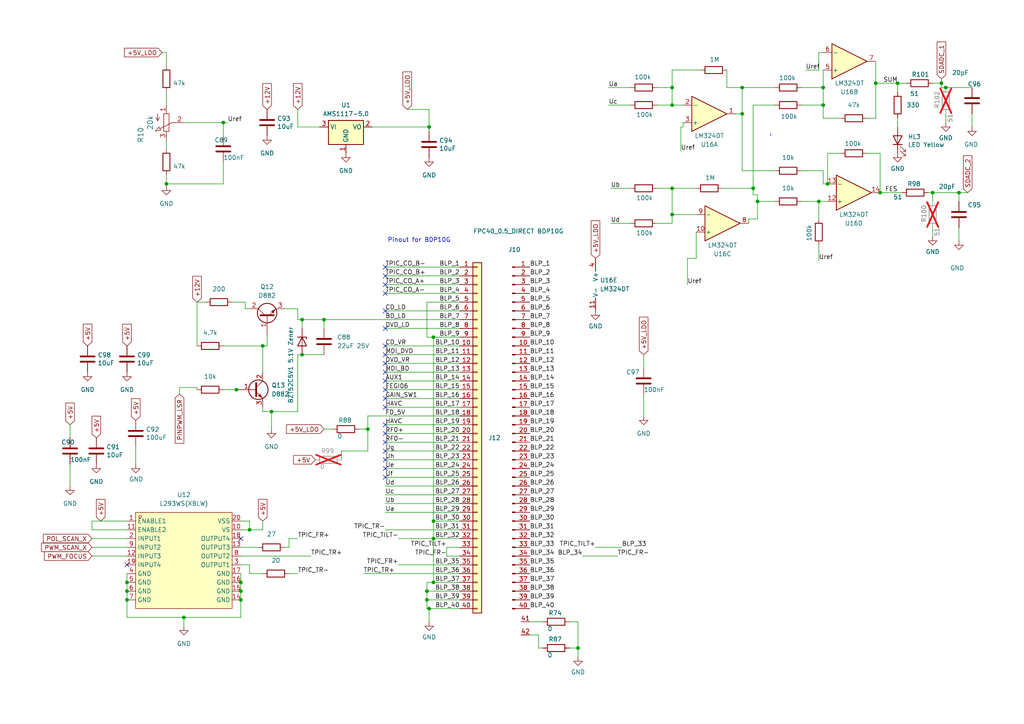
<source format=kicad_sch>
(kicad_sch (version 20231120) (generator "eeschema") (generator_version "8.0")
  (paper "A4")
  (junction (at 36.83 171.45))
  (junction (at 87.63 102.87))
  (junction (at 194.945 25.4))
  (junction (at 194.945 30.48))
  (junction (at 106.68 124.46))
  (junction (at 78.74 119.38))
  (junction (at 218.44 54.61))
  (junction (at 219.71 58.42))
  (junction (at 125.73 168.91))
  (junction (at 237.49 58.42))
  (junction (at 238.76 30.48))
  (junction (at 254 24.13))
  (junction (at 273.05 24.13))
  (junction (at 36.83 173.99))
  (junction (at 68.58 113.03))
  (junction (at 48.26 53.34))
  (junction (at 194.945 54.61))
  (junction (at 124.46 36.83))
  (junction (at 260.35 24.13))
  (junction (at 123.825 173.99))
  (junction (at 194.945 62.23))
  (junction (at 72.39 153.67))
  (junction (at 238.76 25.4))
  (junction (at 64.77 35.56))
  (junction (at 53.34 179.07))
  (junction (at 270.51 55.88))
  (junction (at 87.63 92.71))
  (junction (at 36.83 168.91))
  (junction (at 274.32 25.4))
  (junction (at 69.85 173.99))
  (junction (at 69.85 171.45))
  (junction (at 93.98 92.71))
  (junction (at 125.73 97.79))
  (junction (at 240.03 53.34))
  (junction (at 124.46 176.53))
  (junction (at 278.13 55.88))
  (junction (at 123.825 171.45))
  (junction (at 125.73 156.21))
  (junction (at 215.265 33.02))
  (junction (at 69.85 168.91))
  (junction (at 125.73 151.13))
  (junction (at 215.265 25.4))
  (junction (at 255.27 55.88))
  (junction (at 76.2 100.33))
  (junction (at 167.64 187.96))
  (no_connect (at 111.76 107.95))
  (no_connect (at 111.76 90.17))
  (no_connect (at 111.76 95.25))
  (no_connect (at 111.76 128.27))
  (no_connect (at 111.76 125.73))
  (no_connect (at 111.76 138.43))
  (no_connect (at 111.76 77.47))
  (no_connect (at 111.76 115.57))
  (no_connect (at 111.76 85.09))
  (no_connect (at 111.76 118.11))
  (no_connect (at 111.76 135.89))
  (no_connect (at 111.76 80.01))
  (no_connect (at 111.76 133.35))
  (no_connect (at 111.76 105.41))
  (no_connect (at 111.76 102.87))
  (no_connect (at 111.76 100.33))
  (no_connect (at 36.83 163.83))
  (no_connect (at 111.76 123.19))
  (no_connect (at 111.76 113.03))
  (no_connect (at 111.76 82.55))
  (no_connect (at 111.76 110.49))
  (no_connect (at 111.76 130.81))
  (no_connect (at 69.85 156.21))
  (wire (pts (xy 217.17 64.77) (xy 217.17 63.5)))
  (wire (pts (xy 123.825 168.91) (xy 123.825 171.45)))
  (wire (pts (xy 69.85 171.45) (xy 69.85 173.99)))
  (wire (pts (xy 125.73 97.79) (xy 125.73 151.13)))
  (wire (pts (xy 104.14 124.46) (xy 106.68 124.46)))
  (wire (pts (xy 274.32 25.4) (xy 273.05 25.4)))
  (wire (pts (xy 87.63 95.25) (xy 87.63 92.71)))
  (wire (pts (xy 232.41 30.48) (xy 238.76 30.48)))
  (wire (pts (xy 176.53 25.4) (xy 182.88 25.4)))
  (wire (pts (xy 273.05 22.86) (xy 273.05 24.13)))
  (wire (pts (xy 177.165 64.77) (xy 182.88 64.77)))
  (wire (pts (xy 86.36 31.75) (xy 86.36 36.83)))
  (wire (pts (xy 86.36 89.535) (xy 86.36 92.71)))
  (wire (pts (xy 69.85 173.99) (xy 69.85 179.07)))
  (wire (pts (xy 281.94 33.02) (xy 281.94 36.83)))
  (wire (pts (xy 201.93 74.93) (xy 201.93 67.31)))
  (wire (pts (xy 260.35 36.83) (xy 260.35 34.29)))
  (wire (pts (xy 57.15 87.63) (xy 59.69 87.63)))
  (wire (pts (xy 90.17 161.29) (xy 69.85 161.29)))
  (wire (pts (xy 111.76 82.55) (xy 133.35 82.55)))
  (wire (pts (xy 76.2 100.33) (xy 76.2 107.95)))
  (wire (pts (xy 99.06 133.35) (xy 99.06 130.81)))
  (wire (pts (xy 194.945 54.61) (xy 194.945 62.23)))
  (wire (pts (xy 111.76 133.35) (xy 133.35 133.35)))
  (wire (pts (xy 64.77 35.56) (xy 66.04 35.56)))
  (wire (pts (xy 83.82 156.21) (xy 86.36 156.21)))
  (wire (pts (xy 281.94 25.4) (xy 274.32 25.4)))
  (wire (pts (xy 254 24.13) (xy 260.35 24.13)))
  (wire (pts (xy 53.34 179.07) (xy 53.34 181.61)))
  (wire (pts (xy 199.39 74.93) (xy 199.39 82.55)))
  (wire (pts (xy 69.85 166.37) (xy 69.85 168.91)))
  (wire (pts (xy 125.73 97.79) (xy 133.35 97.79)))
  (wire (pts (xy 36.83 151.13) (xy 26.67 151.13)))
  (wire (pts (xy 99.06 130.81) (xy 106.68 130.81)))
  (wire (pts (xy 124.46 36.83) (xy 124.46 38.1)))
  (wire (pts (xy 238.76 30.48) (xy 238.76 25.4)))
  (wire (pts (xy 194.945 62.23) (xy 201.93 62.23)))
  (wire (pts (xy 209.55 54.61) (xy 218.44 54.61)))
  (wire (pts (xy 238.76 53.34) (xy 240.03 53.34)))
  (wire (pts (xy 111.76 113.03) (xy 133.35 113.03)))
  (wire (pts (xy 232.41 58.42) (xy 237.49 58.42)))
  (wire (pts (xy 123.825 171.45) (xy 133.35 171.45)))
  (wire (pts (xy 125.73 168.91) (xy 123.825 168.91)))
  (wire (pts (xy 124.46 176.53) (xy 123.825 176.53)))
  (wire (pts (xy 165.1 187.96) (xy 167.64 187.96)))
  (wire (pts (xy 215.265 33.02) (xy 215.265 49.53)))
  (wire (pts (xy 76.2 153.67) (xy 72.39 153.67)))
  (wire (pts (xy 167.64 187.96) (xy 167.64 180.34)))
  (wire (pts (xy 238.76 53.34) (xy 238.76 49.53)))
  (wire (pts (xy 87.63 92.71) (xy 93.98 92.71)))
  (wire (pts (xy 176.53 30.48) (xy 182.88 30.48)))
  (wire (pts (xy 48.26 26.67) (xy 48.26 30.48)))
  (wire (pts (xy 186.69 114.3) (xy 186.69 120.65)))
  (wire (pts (xy 255.27 55.88) (xy 261.62 55.88)))
  (wire (pts (xy 118.11 31.75) (xy 124.46 31.75)))
  (wire (pts (xy 190.5 25.4) (xy 194.945 25.4)))
  (wire (pts (xy 111.76 135.89) (xy 133.35 135.89)))
  (wire (pts (xy 123.825 173.99) (xy 123.825 176.53)))
  (wire (pts (xy 238.76 34.29) (xy 238.76 30.48)))
  (wire (pts (xy 20.32 123.19) (xy 20.32 127)))
  (wire (pts (xy 48.26 53.34) (xy 48.26 53.975)))
  (wire (pts (xy 78.74 119.38) (xy 78.74 124.46)))
  (wire (pts (xy 111.76 102.87) (xy 133.35 102.87)))
  (wire (pts (xy 167.64 180.34) (xy 165.1 180.34)))
  (wire (pts (xy 93.98 124.46) (xy 96.52 124.46)))
  (wire (pts (xy 36.83 168.91) (xy 36.83 171.45)))
  (wire (pts (xy 238.76 49.53) (xy 232.41 49.53)))
  (wire (pts (xy 278.13 66.04) (xy 278.13 69.85)))
  (wire (pts (xy 52.07 114.3) (xy 52.07 112.395)))
  (wire (pts (xy 107.95 36.83) (xy 124.46 36.83)))
  (wire (pts (xy 86.36 166.37) (xy 83.82 166.37)))
  (wire (pts (xy 123.825 173.99) (xy 133.35 173.99)))
  (wire (pts (xy 125.73 156.21) (xy 125.73 168.91)))
  (wire (pts (xy 237.49 15.24) (xy 237.49 20.32)))
  (wire (pts (xy 217.17 63.5) (xy 219.71 63.5)))
  (wire (pts (xy 129.54 161.29) (xy 133.35 161.29)))
  (wire (pts (xy 237.49 58.42) (xy 237.49 63.5)))
  (wire (pts (xy 48.26 15.24) (xy 48.26 19.05)))
  (wire (pts (xy 215.265 25.4) (xy 215.265 33.02)))
  (wire (pts (xy 76.2 151.13) (xy 76.2 153.67)))
  (wire (pts (xy 26.67 151.13) (xy 26.67 153.67)))
  (wire (pts (xy 72.39 89.535) (xy 71.12 89.535)))
  (wire (pts (xy 76.2 100.33) (xy 77.47 100.33)))
  (wire (pts (xy 69.85 151.13) (xy 72.39 151.13)))
  (wire (pts (xy 72.39 151.13) (xy 72.39 153.67)))
  (wire (pts (xy 86.36 102.87) (xy 86.36 119.38)))
  (wire (pts (xy 39.37 134.62) (xy 39.37 129.54)))
  (wire (pts (xy 52.07 112.395) (xy 57.15 112.395)))
  (wire (pts (xy 251.46 44.45) (xy 255.27 44.45)))
  (wire (pts (xy 251.46 34.29) (xy 254 34.29)))
  (wire (pts (xy 273.05 24.13) (xy 270.51 24.13)))
  (wire (pts (xy 153.67 180.34) (xy 157.48 180.34)))
  (wire (pts (xy 129.54 158.75) (xy 129.54 161.29)))
  (wire (pts (xy 64.77 100.33) (xy 76.2 100.33)))
  (wire (pts (xy 72.39 163.83) (xy 69.85 163.83)))
  (wire (pts (xy 270.51 55.88) (xy 278.13 55.88)))
  (wire (pts (xy 105.41 166.37) (xy 133.35 166.37)))
  (wire (pts (xy 115.57 156.21) (xy 125.73 156.21)))
  (wire (pts (xy 278.13 55.88) (xy 280.67 55.88)))
  (wire (pts (xy 87.63 102.87) (xy 93.98 102.87)))
  (wire (pts (xy 26.67 161.29) (xy 36.83 161.29)))
  (wire (pts (xy 77.47 100.33) (xy 77.47 97.155)))
  (wire (pts (xy 83.82 156.21) (xy 83.82 158.75)))
  (wire (pts (xy 57.15 87.63) (xy 57.15 100.33)))
  (wire (pts (xy 46.99 15.24) (xy 48.26 15.24)))
  (wire (pts (xy 69.85 168.91) (xy 69.85 171.45)))
  (wire (pts (xy 198.12 35.56) (xy 198.12 36.83)))
  (wire (pts (xy 123.825 87.63) (xy 133.35 87.63)))
  (wire (pts (xy 237.49 58.42) (xy 240.03 58.42)))
  (wire (pts (xy 106.68 130.81) (xy 106.68 124.46)))
  (polyline (pts (xy 223.52 38.735) (xy 223.52 39.37)) (stroke (width 0) (type dash)))
  (wire (pts (xy 125.73 156.21) (xy 133.35 156.21)))
  (wire (pts (xy 57.15 112.395) (xy 57.15 113.03)))
  (wire (pts (xy 82.55 89.535) (xy 86.36 89.535)))
  (wire (pts (xy 53.34 35.56) (xy 64.77 35.56)))
  (wire (pts (xy 232.41 25.4) (xy 238.76 25.4)))
  (wire (pts (xy 76.2 166.37) (xy 72.39 166.37)))
  (wire (pts (xy 83.82 158.75) (xy 82.55 158.75)))
  (wire (pts (xy 218.44 54.61) (xy 218.44 30.48)))
  (wire (pts (xy 260.35 24.13) (xy 262.89 24.13)))
  (wire (pts (xy 71.12 89.535) (xy 71.12 87.63)))
  (wire (pts (xy 64.77 39.37) (xy 64.77 35.56)))
  (wire (pts (xy 111.76 110.49) (xy 133.35 110.49)))
  (wire (pts (xy 48.26 40.64) (xy 48.26 43.18)))
  (wire (pts (xy 86.36 102.87) (xy 87.63 102.87)))
  (wire (pts (xy 20.32 134.62) (xy 20.32 140.97)))
  (wire (pts (xy 129.54 158.75) (xy 133.35 158.75)))
  (wire (pts (xy 111.76 115.57) (xy 133.35 115.57)))
  (wire (pts (xy 237.49 71.12) (xy 237.49 75.565)))
  (wire (pts (xy 186.69 102.87) (xy 186.69 106.68)))
  (wire (pts (xy 36.83 179.07) (xy 53.34 179.07)))
  (wire (pts (xy 219.71 58.42) (xy 224.79 58.42)))
  (wire (pts (xy 274.32 35.56) (xy 274.32 33.02)))
  (wire (pts (xy 111.76 153.67) (xy 133.35 153.67)))
  (wire (pts (xy 210.82 20.32) (xy 210.82 25.4)))
  (wire (pts (xy 125.73 151.13) (xy 125.73 156.21)))
  (wire (pts (xy 201.93 74.93) (xy 199.39 74.93)))
  (wire (pts (xy 125.73 151.13) (xy 133.35 151.13)))
  (wire (pts (xy 72.39 153.67) (xy 69.85 153.67)))
  (wire (pts (xy 123.825 97.79) (xy 125.73 97.79)))
  (wire (pts (xy 260.35 26.67) (xy 260.35 24.13)))
  (wire (pts (xy 111.76 143.51) (xy 133.35 143.51)))
  (wire (pts (xy 26.67 153.67) (xy 36.83 153.67)))
  (wire (pts (xy 194.945 20.32) (xy 203.2 20.32)))
  (wire (pts (xy 26.67 158.75) (xy 36.83 158.75)))
  (wire (pts (xy 111.76 125.73) (xy 133.35 125.73)))
  (wire (pts (xy 133.35 85.09) (xy 111.76 85.09)))
  (wire (pts (xy 111.76 107.95) (xy 133.35 107.95)))
  (wire (pts (xy 269.24 55.88) (xy 270.51 55.88)))
  (wire (pts (xy 72.39 166.37) (xy 72.39 163.83)))
  (wire (pts (xy 194.945 62.23) (xy 194.945 64.77)))
  (wire (pts (xy 125.73 168.91) (xy 133.35 168.91)))
  (wire (pts (xy 76.2 119.38) (xy 78.74 119.38)))
  (wire (pts (xy 111.76 80.01) (xy 133.35 80.01)))
  (wire (pts (xy 124.46 31.75) (xy 124.46 36.83)))
  (wire (pts (xy 64.77 46.99) (xy 64.77 53.34)))
  (wire (pts (xy 86.36 92.71) (xy 87.63 92.71)))
  (wire (pts (xy 93.98 92.71) (xy 133.35 92.71)))
  (wire (pts (xy 111.76 140.97) (xy 133.35 140.97)))
  (wire (pts (xy 111.76 130.81) (xy 133.35 130.81)))
  (wire (pts (xy 124.46 176.53) (xy 133.35 176.53)))
  (wire (pts (xy 270.51 58.42) (xy 270.51 55.88)))
  (wire (pts (xy 219.71 56.515) (xy 218.44 56.515)))
  (wire (pts (xy 111.76 100.33) (xy 133.35 100.33)))
  (wire (pts (xy 36.83 173.99) (xy 36.83 179.07)))
  (wire (pts (xy 111.76 95.25) (xy 133.35 95.25)))
  (wire (pts (xy 86.36 119.38) (xy 78.74 119.38)))
  (wire (pts (xy 215.265 49.53) (xy 224.79 49.53)))
  (wire (pts (xy 254 24.13) (xy 254 34.29)))
  (wire (pts (xy 240.03 44.45) (xy 243.84 44.45)))
  (wire (pts (xy 64.77 113.03) (xy 68.58 113.03)))
  (wire (pts (xy 115.57 163.83) (xy 133.35 163.83)))
  (wire (pts (xy 111.76 77.47) (xy 133.35 77.47)))
  (wire (pts (xy 36.83 171.45) (xy 36.83 173.99)))
  (wire (pts (xy 218.44 56.515) (xy 218.44 54.61)))
  (wire (pts (xy 219.71 58.42) (xy 219.71 56.515)))
  (wire (pts (xy 190.5 30.48) (xy 194.945 30.48)))
  (wire (pts (xy 177.165 54.61) (xy 182.88 54.61)))
  (wire (pts (xy 237.49 15.24) (xy 238.76 15.24)))
  (wire (pts (xy 197.485 36.83) (xy 197.485 43.815)))
  (wire (pts (xy 254 17.78) (xy 254 24.13)))
  (wire (pts (xy 172.72 158.75) (xy 180.34 158.75)))
  (wire (pts (xy 194.945 25.4) (xy 194.945 30.48)))
  (wire (pts (xy 194.945 54.61) (xy 201.93 54.61)))
  (wire (pts (xy 74.93 158.75) (xy 69.85 158.75)))
  (wire (pts (xy 111.76 118.11) (xy 133.35 118.11)))
  (wire (pts (xy 106.68 120.65) (xy 133.35 120.65)))
  (wire (pts (xy 26.67 156.21) (xy 36.83 156.21)))
  (wire (pts (xy 179.07 161.29) (xy 168.91 161.29)))
  (wire (pts (xy 153.67 184.15) (xy 156.21 184.15)))
  (wire (pts (xy 190.5 54.61) (xy 194.945 54.61)))
  (wire (pts (xy 68.58 113.03) (xy 69.85 113.03)))
  (wire (pts (xy 167.64 190.5) (xy 167.64 187.96)))
  (wire (pts (xy 71.12 87.63) (xy 67.31 87.63)))
  (wire (pts (xy 238.76 20.32) (xy 238.76 25.4)))
  (wire (pts (xy 93.98 92.71) (xy 93.98 95.25)))
  (wire (pts (xy 237.49 20.32) (xy 233.68 20.32)))
  (wire (pts (xy 76.2 118.11) (xy 76.2 119.38)))
  (wire (pts (xy 198.12 36.83) (xy 197.485 36.83)))
  (wire (pts (xy 270.51 68.58) (xy 270.51 66.04)))
  (wire (pts (xy 215.265 25.4) (xy 224.79 25.4)))
  (wire (pts (xy 86.36 36.83) (xy 92.71 36.83)))
  (wire (pts (xy 213.36 33.02) (xy 215.265 33.02)))
  (wire (pts (xy 48.26 50.8) (xy 48.26 53.34)))
  (wire (pts (xy 210.82 25.4) (xy 215.265 25.4)))
  (wire (pts (xy 218.44 30.48) (xy 224.79 30.48)))
  (wire (pts (xy 156.21 187.96) (xy 156.21 184.15)))
  (wire (pts (xy 111.76 148.59) (xy 133.35 148.59)))
  (wire (pts (xy 111.76 90.17) (xy 133.35 90.17)))
  (wire (pts (xy 64.77 53.34) (xy 48.26 53.34)))
  (wire (pts (xy 255.27 44.45) (xy 255.27 55.88)))
  (wire (pts (xy 111.76 146.05) (xy 133.35 146.05)))
  (wire (pts (xy 69.85 179.07) (xy 53.34 179.07)))
  (wire (pts (xy 106.68 124.46) (xy 106.68 120.65)))
  (wire (pts (xy 123.825 171.45) (xy 123.825 173.99)))
  (wire (pts (xy 124.46 176.53) (xy 124.46 180.34)))
  (wire (pts (xy 111.76 138.43) (xy 133.35 138.43)))
  (wire (pts (xy 240.03 53.34) (xy 240.03 44.45)))
  (wire (pts (xy 278.13 58.42) (xy 278.13 55.88)))
  (wire (pts (xy 219.71 63.5) (xy 219.71 58.42)))
  (wire (pts (xy 273.05 25.4) (xy 273.05 24.13)))
  (wire (pts (xy 111.76 128.27) (xy 133.35 128.27)))
  (wire (pts (xy 190.5 64.77) (xy 194.945 64.77)))
  (wire (pts (xy 36.83 166.37) (xy 36.83 168.91)))
  (wire (pts (xy 238.76 34.29) (xy 243.84 34.29)))
  (wire (pts (xy 111.76 123.19) (xy 133.35 123.19)))
  (wire (pts (xy 194.945 20.32) (xy 194.945 25.4)))
  (wire (pts (xy 157.48 187.96) (xy 156.21 187.96)))
  (wire (pts (xy 194.945 30.48) (xy 198.12 30.48)))
  (wire (pts (xy 111.76 105.41) (xy 133.35 105.41)))
  (wire (pts (xy 123.825 87.63) (xy 123.825 97.79)))
  (text "Pinout for BDP10G" (at 112.395 70.485 0) (effects (font (size 1.27 1.27)) (justify left bottom)))
  (label "BLP_33" (at 153.67 158.75 0))
  (label "BLP_18" (at 153.67 120.65 0))
  (label "BLP_9" (at 153.67 97.79 0))
  (label "Uref" (at 66.04 35.56 0))
  (label "Uh" (at 111.76 133.35 0))
  (label "BLP_1" (at 133.35 77.47 180))
  (label "BLP_12" (at 133.35 105.41 180))
  (label "Uref" (at 197.485 43.815 0))
  (label "TPIC_TILT+" (at 172.72 158.75 180))
  (label "BLP_23" (at 133.35 133.35 180))
  (label "BLP_20" (at 153.67 125.73 0))
  (label "BLP_39" (at 153.67 173.99 0))
  (label "BLP_22" (at 133.35 130.81 180))
  (label "Ub" (at 111.76 146.05 0))
  (label "BLP_38" (at 153.67 171.45 0))
  (label "TPIC_CO_A+" (at 111.76 82.55 0))
  (label "BLP_30" (at 133.35 151.13 180))
  (label "Ub" (at 177.165 54.61 0))
  (label "BLP_37" (at 133.35 168.91 180))
  (label "BLP_4" (at 133.35 85.09 180))
  (label "SUM" (at 260.35 24.13 180))
  (label "BLP_29" (at 133.35 148.59 180))
  (label "BLP_25" (at 133.35 138.43 180))
  (label "AUX1" (at 111.76 110.49 0))
  (label "BLP_32" (at 153.67 156.21 0))
  (label "BLP_15" (at 153.67 113.03 0))
  (label "BLP_6" (at 153.67 90.17 0))
  (label "MDI_BD" (at 111.76 107.95 0))
  (label "BLP_7" (at 133.35 92.71 180))
  (label "BLP_16" (at 153.67 115.57 0))
  (label "BLP_8" (at 153.67 95.25 0))
  (label "BLP_10" (at 133.35 100.33 180))
  (label "BLP_34" (at 168.91 161.29 180))
  (label "BLP_3" (at 133.35 82.55 180))
  (label "BLP_34" (at 153.67 161.29 0))
  (label "BLP_3" (at 153.67 82.55 0))
  (label "BLP_14" (at 153.67 110.49 0))
  (label "Uref" (at 199.39 82.55 0))
  (label "BLP_11" (at 133.35 102.87 180))
  (label "BLP_39" (at 133.35 173.99 180))
  (label "TPIC_TR-" (at 111.76 153.67 180))
  (label "BLP_12" (at 153.67 105.41 0))
  (label "BLP_15" (at 133.35 113.03 180))
  (label "RF0-" (at 111.76 128.27 0))
  (label "BLP_14" (at 133.35 110.49 180))
  (label "BLP_23" (at 153.67 133.35 0))
  (label "BLP_13" (at 153.67 107.95 0))
  (label "BLP_7" (at 153.67 92.71 0))
  (label "BLP_32" (at 133.35 156.21 180))
  (label "BLP_22" (at 153.67 130.81 0))
  (label "BLP_33" (at 180.34 158.75 0))
  (label "TPIC_TR+" (at 90.17 161.29 0))
  (label "HAVC" (at 111.76 123.19 0))
  (label "Ud" (at 177.165 64.77 0))
  (label "TPIC_TR-" (at 86.36 166.37 0))
  (label "Uref" (at 237.49 75.565 0))
  (label "BLP_28" (at 133.35 146.05 180))
  (label "BLP_2" (at 153.67 80.01 0))
  (label "BLP_2" (at 133.35 80.01 180))
  (label "Ug" (at 111.76 130.81 0))
  (label "TPIC_FR-" (at 179.07 161.29 0))
  (label "CD_VR" (at 111.76 100.33 0))
  (label "BLP_40" (at 153.67 176.53 0))
  (label "BLP_36" (at 153.67 166.37 0))
  (label "TPIC_TILT-" (at 115.57 156.21 180))
  (label "BLP_5" (at 153.67 87.63 0))
  (label "BLP_11" (at 153.67 102.87 0))
  (label "FES" (at 260.35 55.88 180))
  (label "BLP_5" (at 133.35 87.63 180))
  (label "BLP_30" (at 153.67 151.13 0))
  (label "BLP_26" (at 133.35 140.97 180))
  (label "DVD_VR" (at 111.76 105.41 0))
  (label "TPIC_FR-" (at 129.54 161.29 180))
  (label "BLP_20" (at 133.35 125.73 180))
  (label "BLP_17" (at 133.35 118.11 180))
  (label "HAVC" (at 111.76 118.11 0))
  (label "BLP_17" (at 153.67 118.11 0))
  (label "BLP_27" (at 153.67 143.51 0))
  (label "BLP_26" (at 153.67 140.97 0))
  (label "BLP_38" (at 133.35 171.45 180))
  (label "TPIC_FR+" (at 115.57 163.83 180))
  (label "BLP_19" (at 133.35 123.19 180))
  (label "FD_5V" (at 111.76 120.65 0))
  (label "BLP_6" (at 133.35 90.17 180))
  (label "BLP_8" (at 133.35 95.25 180))
  (label "TPIC_TILT+" (at 129.54 158.75 180))
  (label "BLP_1" (at 153.67 77.47 0))
  (label "BLP_9" (at 133.35 97.79 180))
  (label "BLP_35" (at 133.35 163.83 180))
  (label "BLP_10" (at 153.67 100.33 0))
  (label "BLP_35" (at 153.67 163.83 0))
  (label "BLP_18" (at 133.35 120.65 180))
  (label "Uc" (at 111.76 143.51 0))
  (label "Ua" (at 111.76 148.59 0))
  (label "BLP_4" (at 153.67 85.09 0))
  (label "DVD_LD" (at 111.76 95.25 0))
  (label "Ua" (at 176.53 25.4 0))
  (label "BLP_16" (at 133.35 115.57 180))
  (label "Uref" (at 233.68 20.32 0))
  (label "BLP_13" (at 133.35 107.95 180))
  (label "CD_LD" (at 111.76 90.17 0))
  (label "BLP_29" (at 153.67 148.59 0))
  (label "BLP_24" (at 153.67 135.89 0))
  (label "BLP_19" (at 153.67 123.19 0))
  (label "Uf" (at 111.76 138.43 0))
  (label "BLP_24" (at 133.35 135.89 180))
  (label "TPIC_CO_B-" (at 111.76 77.47 0))
  (label "BLP_40" (at 133.35 176.53 180))
  (label "Ue" (at 111.76 135.89 0))
  (label "BLP_31" (at 133.35 153.67 180))
  (label "BLP_37" (at 153.67 168.91 0))
  (label "FEGI06" (at 111.76 113.03 0))
  (label "BLP_21" (at 133.35 128.27 180))
  (label "BLP_28" (at 153.67 146.05 0))
  (label "BLP_21" (at 153.67 128.27 0))
  (label "Ud" (at 111.76 140.97 0))
  (label "BLP_27" (at 133.35 143.51 180))
  (label "TPIC_CO_A-" (at 111.76 85.09 0))
  (label "MDI_DVD" (at 111.76 102.87 0))
  (label "BLP_31" (at 153.67 153.67 0))
  (label "RF0+" (at 111.76 125.73 0))
  (label "TPIC_FR+" (at 86.36 156.21 0))
  (label "GAIN_SW1" (at 111.76 115.57 0))
  (label "BLP_25" (at 153.67 138.43 0))
  (label "Uc" (at 176.53 30.48 0))
  (label "BLP_36" (at 133.35 166.37 180))
  (label "TPIC_CO_B+" (at 111.76 80.01 0))
  (label "TPIC_TR+" (at 105.41 166.37 0))
  (label "BD_LD" (at 111.76 92.71 0))
  (global_label "+12V" (shape input) (at 77.47 31.75 90) (property "Intersheetrefs" "${INTERSHEET_REFS}" (effects (hide yes))))
  (global_label "+5V" (shape input) (at 20.32 123.19 90) (property "Intersheetrefs" "${INTERSHEET_REFS}" (effects (hide yes))))
  (global_label "+5V" (shape input) (at 27.94 127 90) (property "Intersheetrefs" "${INTERSHEET_REFS}" (effects (hide yes))))
  (global_label "PWM_SCAN_X" (shape input) (at 26.67 158.75 180) (property "Intersheetrefs" "${INTERSHEET_REFS}" (effects (hide yes))))
  (global_label "+5V_LDO" (shape input) (at 46.99 15.24 180) (property "Intersheetrefs" "${INTERSHEET_REFS}" (effects (hide yes))))
  (global_label "+5V" (shape input) (at 91.44 133.35 180) (property "Intersheetrefs" "${INTERSHEET_REFS}" (effects (hide yes))))
  (global_label "SDADC_2" (shape input) (at 280.67 55.88 90) (property "Intersheetrefs" "${INTERSHEET_REFS}" (effects (hide yes))))
  (global_label "+5V" (shape input) (at 36.83 100.33 90) (property "Intersheetrefs" "${INTERSHEET_REFS}" (effects (hide yes))))
  (global_label "+5V_LDO" (shape input) (at 118.11 31.75 90) (property "Intersheetrefs" "${INTERSHEET_REFS}" (effects (hide yes))))
  (global_label "+5V" (shape input) (at 25.4 100.33 90) (property "Intersheetrefs" "${INTERSHEET_REFS}" (effects (hide yes))))
  (global_label "+5V" (shape input) (at 76.2 151.13 90) (property "Intersheetrefs" "${INTERSHEET_REFS}" (effects (hide yes))))
  (global_label "+5V_LDO" (shape input) (at 186.69 102.87 90) (property "Intersheetrefs" "${INTERSHEET_REFS}" (effects (hide yes))))
  (global_label "+5V" (shape input) (at 39.37 121.92 90) (property "Intersheetrefs" "${INTERSHEET_REFS}" (effects (hide yes))))
  (global_label "+5V_LDO" (shape input) (at 93.98 124.46 180) (property "Intersheetrefs" "${INTERSHEET_REFS}" (effects (hide yes))))
  (global_label "+12V" (shape input) (at 57.15 87.63 90) (property "Intersheetrefs" "${INTERSHEET_REFS}" (effects (hide yes))))
  (global_label "SDADC_1" (shape input) (at 273.05 22.86 90) (property "Intersheetrefs" "${INTERSHEET_REFS}" (effects (hide yes))))
  (global_label "+12V" (shape input) (at 86.36 31.75 90) (property "Intersheetrefs" "${INTERSHEET_REFS}" (effects (hide yes))))
  (global_label "POL_SCAN_X" (shape input) (at 26.67 156.21 180) (property "Intersheetrefs" "${INTERSHEET_REFS}" (effects (hide yes))))
  (global_label "PINPWM_LSR" (shape input) (at 52.07 114.3 270) (property "Intersheetrefs" "${INTERSHEET_REFS}" (effects (hide yes))))
  (global_label "PWM_FOCUS" (shape input) (at 26.67 161.29 180) (property "Intersheetrefs" "${INTERSHEET_REFS}" (effects (hide yes))))
  (global_label "+5V_LDO" (shape input) (at 172.72 74.93 90) (property "Intersheetrefs" "${INTERSHEET_REFS}" (effects (hide yes))))
  (global_label "+5V" (shape input) (at 29.21 151.13 90) (property "Intersheetrefs" "${INTERSHEET_REFS}" (effects (hide yes))))
  (symbol (lib_id "piezo_driver:C") (at 186.69 110.49 0) (unit 1)
    (property "Reference" "C97" (at 181.61 107.95 0) (effects (justify left)))
    (property "Value" "100nF" (at 186.69 113.03 0) (effects (justify left)))
    (property "Footprint" "piezo_driver:C_0603_1608Metric_u" (effects (hide yes)))
    (property "LCSC" "C14663" (effects (hide yes)))
  )
  (symbol (lib_id "piezo_driver:R") (at 207.01 20.32 270) (unit 1)
    (property "Reference" "R80" (effects (hide yes)))
    (property "Value" "1M" (at 207.264 17.272 90))
    (property "Footprint" "piezo_driver:R_0603_1608Metric_u" (effects (hide yes)))
    (property "LCSC" "C22935" (effects (hide yes)))
  )
  (symbol (lib_id "piezo_driver:BCX56") (at 73.66 113.03 0) (unit 1)
    (property "Reference" "Q13" (at 78.74 111.7599 0) (effects (justify left)))
    (property "Value" "D882" (at 78.74 114.2999 0) (effects (justify left)))
    (property "Footprint" "piezo_driver:SOT-89-3" (effects (hide yes)))
    (property "Datasheet" "https://www.nxp.com/docs/en/data-sheet/BCP56_BCX56_BC56PA.pdf" (effects (hide yes)))
    (property "Description" "1A Ic, 80V Vce, NPN Medium Power Transistor, SOT-89" (effects (hide yes)))
    (property "LCSC" "C9634" (effects (hide yes)))
  )
  (symbol (lib_id "piezo_driver:C") (at 27.94 130.81 0) (unit 1)
    (property "Reference" "C91" (at 30.861 129.6416 0) (effects (justify left)))
    (property "Value" "10uF" (at 30.861 131.953 0) (effects (justify left)))
    (property "Footprint" "piezo_driver:C_0603_1608Metric_u" (effects (hide yes)))
    (property "LCSC" "C19702" (effects (hide yes)))
  )
  (symbol (lib_id "piezo_driver:GND") (at 124.46 45.72 0) (unit 1)
    (property "Reference" "#PWR0132" (effects (hide yes)))
    (property "Value" "GND" (at 124.46 50.8 0))
  )
  (symbol (lib_id "piezo_driver:GND") (at 20.32 140.97 0) (unit 1)
    (property "Reference" "#PWR030" (effects (hide yes)))
    (property "Value" "GND" (at 20.32 146.05 0))
  )
  (symbol (lib_id "piezo_driver:C") (at 281.94 29.21 0) (unit 1)
    (property "Reference" "C96" (at 280.67 24.384 0) (effects (justify left)))
    (property "Value" "20pF" (at 276.098 21.082 0) (effects (justify left)))
    (property "Footprint" "piezo_driver:C_0603_1608Metric_u" (effects (hide yes)))
    (property "LCSC" "C1648" (effects (hide yes)))
  )
  (symbol (lib_id "piezo_driver:AMS1117-5.0") (at 100.33 36.83 0) (unit 1)
    (property "Reference" "U1" (at 100.33 30.48 0))
    (property "Value" "AMS1117-5.0" (at 100.33 33.02 0))
    (property "Footprint" "piezo_driver:SOT-223-3_TabPin2" (effects (hide yes)))
    (property "Datasheet" "http://www.advanced-monolithic.com/pdf/ds1117.pdf" (effects (hide yes)))
    (property "Description" "1A Low Dropout regulator, positive, 5.0V fixed output, SOT-223" (effects (hide yes)))
    (property "LCSC" "C6187" (effects (hide yes)))
  )
  (symbol (lib_id "piezo_driver:GND") (at 270.51 68.58 0) (unit 1)
    (property "Reference" "#PWR0134" (effects (hide yes)))
    (property "Value" "GND" (at 270.51 73.025 0))
  )
  (symbol (lib_id "piezo_driver:R") (at 161.29 180.34 90) (unit 1)
    (property "Reference" "R74" (at 161.036 177.8 90))
    (property "Value" "0" (at 159.512 182.372 90))
    (property "Footprint" "piezo_driver:R_0603_1608Metric_u" (effects (hide yes)))
    (property "LCSC" "C21189" (effects (hide yes)))
  )
  (symbol (lib_id "piezo_driver:C") (at 77.47 35.56 0) (unit 1)
    (property "Reference" "C93" (at 80.391 34.3916 0) (effects (justify left)))
    (property "Value" "10uF" (at 80.391 36.703 0) (effects (justify left)))
    (property "Footprint" "piezo_driver:C_0603_1608Metric_u" (effects (hide yes)))
    (property "LCSC" "C19702" (effects (hide yes)))
  )
  (symbol (lib_id "piezo_driver:R") (at 205.74 54.61 270) (unit 1)
    (property "Reference" "R81" (effects (hide yes)))
    (property "Value" "1M" (at 205.994 51.562 90))
    (property "Footprint" "piezo_driver:R_0603_1608Metric_u" (effects (hide yes)))
    (property "LCSC" "C22935" (effects (hide yes)))
  )
  (symbol (lib_id "piezo_driver:R") (at 161.29 187.96 90) (unit 1)
    (property "Reference" "R87" (at 161.036 185.42 90))
    (property "Value" "0" (at 159.512 189.992 90))
    (property "Footprint" "piezo_driver:R_0603_1608Metric_u" (effects (hide yes)))
    (property "LCSC" "C21189" (effects (hide yes)))
  )
  (symbol (lib_id "piezo_driver:POT-EVM3R") (at 48.26 35.56 0) (mirror x) (unit 1)
    (property "Reference" "R10" (at 41.656 39.116 90) (effects (font (size 1.4986 1.4986)) (justify bottom)))
    (property "Value" "20k" (at 44.45 35.56 90) (effects (font (size 1.4986 1.4986)) (justify bottom)))
    (property "Footprint" "piezo_driver:RES-ADJ-SMD_3P-L3.8-W3.0-P2.00-BL-FS" (effects (hide yes)))
  )
  (symbol (lib_id "piezo_driver:GND") (at 172.72 90.17 0) (unit 1)
    (property "Reference" "#PWR0146" (effects (hide yes)))
    (property "Value" "GND" (at 172.72 94.615 0))
  )
  (symbol (lib_id "piezo_driver:GND") (at 281.94 36.83 0) (unit 1)
    (property "Reference" "#PWR0138" (effects (hide yes)))
    (property "Value" "GND" (at 281.686 41.91 0))
  )
  (symbol (lib_id "piezo_driver:R") (at 228.6 58.42 90) (unit 1)
    (property "Reference" "R89" (effects (hide yes)))
    (property "Value" "10k" (at 228.6 54.61 90))
    (property "Footprint" "piezo_driver:R_0603_1608Metric_u" (effects (hide yes)))
    (property "LCSC" "C25804" (effects (hide yes)))
  )
  (symbol (lib_id "piezo_driver:Conn_01x40") (at 138.43 125.73 0) (unit 1)
    (property "Reference" "J12" (at 141.605 126.9999 0) (effects (justify left)))
    (property "Value" "Hirose_FH12-40S-0.5SH_1x40-1MP_P0.50mm_Horizontal" (effects (hide yes)))
    (property "Footprint" "piezo_driver:PinHeader_2x20_P2.54mm_Vertical" (effects (hide yes)))
  )
  (symbol (lib_id "piezo_driver:C") (at 278.13 62.23 0) (unit 1)
    (property "Reference" "C95" (at 280.67 59.436 0) (effects (justify left)))
    (property "Value" "20pF" (at 272.288 54.102 0) (effects (justify left)))
    (property "Footprint" "piezo_driver:C_0603_1608Metric_u" (effects (hide yes)))
    (property "LCSC" "C1648" (effects (hide yes)))
  )
  (symbol (lib_id "piezo_driver:C") (at 39.37 125.73 0) (unit 1)
    (property "Reference" "C92" (at 42.291 124.5616 0) (effects (justify left)))
    (property "Value" "100uF" (at 42.291 126.873 0) (effects (justify left)))
    (property "Footprint" "piezo_driver:C_1206_3216Metric_u" (effects (hide yes)))
    (property "LCSC" "C15008" (effects (hide yes)))
  )
  (symbol (lib_id "piezo_driver:GND") (at 124.46 180.34 0) (unit 1)
    (property "Reference" "#PWR0144" (effects (hide yes)))
    (property "Value" "GND" (at 124.46 184.785 0))
  )
  (symbol (lib_id "piezo_driver:R") (at 247.65 44.45 90) (unit 1)
    (property "Reference" "R85" (effects (hide yes)))
    (property "Value" "100k" (at 247.396 41.656 90))
    (property "Footprint" "piezo_driver:R_0603_1608Metric_u" (effects (hide yes)))
    (property "LCSC" "C25803" (effects (hide yes)))
  )
  (symbol (lib_id "piezo_driver:C") (at 36.83 104.14 0) (unit 1)
    (property "Reference" "C99" (at 39.751 102.9716 0) (effects (justify left)))
    (property "Value" "10uF" (at 39.751 105.283 0) (effects (justify left)))
    (property "Footprint" "piezo_driver:C_0603_1608Metric_u" (effects (hide yes)))
    (property "LCSC" "C19702" (effects (hide yes)))
  )
  (symbol (lib_id "piezo_driver:R") (at 186.69 25.4 270) (unit 1)
    (property "Reference" "R93" (effects (hide yes)))
    (property "Value" "100k" (at 186.436 22.352 90))
    (property "Footprint" "piezo_driver:R_0603_1608Metric_u" (effects (hide yes)))
    (property "LCSC" "C25803" (effects (hide yes)))
  )
  (symbol (lib_id "piezo_driver:R") (at 237.49 67.31 180) (unit 1)
    (property "Reference" "R84" (effects (hide yes)))
    (property "Value" "100k" (at 234.696 67.564 90))
    (property "Footprint" "piezo_driver:R_0603_1608Metric_u" (effects (hide yes)))
    (property "LCSC" "C25803" (effects (hide yes)))
  )
  (symbol (lib_id "piezo_driver:R") (at 186.69 64.77 270) (unit 1)
    (property "Reference" "R94" (effects (hide yes)))
    (property "Value" "100k" (at 186.944 67.564 90))
    (property "Footprint" "piezo_driver:R_0603_1608Metric_u" (effects (hide yes)))
    (property "LCSC" "C25803" (effects (hide yes)))
  )
  (symbol (lib_id "piezo_driver:GND") (at 25.4 107.95 0) (unit 1)
    (property "Reference" "#PWR0140" (effects (hide yes)))
    (property "Value" "GND" (at 25.4 113.03 0))
  )
  (symbol (lib_id "piezo_driver:LM324") (at 209.55 64.77 0) (mirror x) (unit 3)
    (property "Reference" "U16" (at 209.55 73.66 0))
    (property "Value" "LM324DT" (at 209.55 71.12 0))
    (property "Footprint" "piezo_driver:SOIC-14_L8.7-W3.9-P1.27-LS6.0-BL" (effects (hide yes)))
    (property "Datasheet" "http://www.ti.com/lit/ds/symlink/lm2902-n.pdf" (effects (hide yes)))
    (property "Description" "Low-Power, Quad-Operational Amplifiers, DIP-14/SOIC-14/SSOP-14" (effects (hide yes)))
    (property "LCSC" "C71035" (effects (hide yes)))
  )
  (symbol (lib_id "piezo_driver:R") (at 228.6 30.48 90) (unit 1)
    (property "Reference" "R90" (effects (hide yes)))
    (property "Value" "100k" (at 228.854 33.782 90))
    (property "Footprint" "piezo_driver:R_0603_1608Metric_u" (effects (hide yes)))
    (property "LCSC" "C25803" (effects (hide yes)))
  )
  (symbol (lib_id "piezo_driver:C") (at 25.4 104.14 0) (unit 1)
    (property "Reference" "C98" (at 28.321 102.9716 0) (effects (justify left)))
    (property "Value" "10uF" (at 28.321 105.283 0) (effects (justify left)))
    (property "Footprint" "piezo_driver:C_0603_1608Metric_u" (effects (hide yes)))
    (property "LCSC" "C19702" (effects (hide yes)))
  )
  (symbol (lib_id "piezo_driver:R") (at 265.43 55.88 270) (unit 1)
    (property "Reference" "R98" (at 263.144 53.34 90) (effects (justify left)))
    (property "Value" "51" (at 259.08 57.15 90) (effects (justify left)))
    (property "Footprint" "piezo_driver:R_0603_1608Metric_u" (effects (hide yes)))
    (property "LCSC" "C23197" (effects (hide yes)))
  )
  (symbol (lib_id "piezo_driver:GND") (at 53.34 181.61 0) (unit 1)
    (property "Reference" "#PWR0129" (effects (hide yes)))
    (property "Value" "GND" (at 53.34 186.69 0))
  )
  (symbol (lib_id "piezo_driver:GND") (at 48.26 53.975 0) (unit 1)
    (property "Reference" "#PWR0127" (effects (hide yes)))
    (property "Value" "GND" (at 48.26 59.055 0))
  )
  (symbol (lib_id "piezo_driver:BCX56") (at 77.47 92.075 90) (unit 1)
    (property "Reference" "Q12" (at 77.47 83.185 90))
    (property "Value" "D882" (at 77.47 85.725 90))
    (property "Footprint" "piezo_driver:SOT-89-3" (effects (hide yes)))
    (property "Datasheet" "https://www.nxp.com/docs/en/data-sheet/BCP56_BCX56_BC56PA.pdf" (effects (hide yes)))
    (property "Description" "1A Ic, 80V Vce, NPN Medium Power Transistor, SOT-89" (effects (hide yes)))
    (property "LCSC" "C9634" (effects (hide yes)))
  )
  (symbol (lib_id "piezo_driver:LM324") (at 246.38 17.78 0) (mirror x) (unit 2)
    (property "Reference" "U16" (at 246.38 26.67 0))
    (property "Value" "LM324DT" (at 246.38 24.13 0))
    (property "Footprint" "piezo_driver:SOIC-14_L8.7-W3.9-P1.27-LS6.0-BL" (effects (hide yes)))
    (property "Datasheet" "http://www.ti.com/lit/ds/symlink/lm2902-n.pdf" (effects (hide yes)))
    (property "Description" "Low-Power, Quad-Operational Amplifiers, DIP-14/SOIC-14/SSOP-14" (effects (hide yes)))
    (property "LCSC" "C71035" (effects (hide yes)))
  )
  (symbol (lib_id "piezo_driver:R") (at 80.01 166.37 90) (unit 1)
    (property "Reference" "R97" (effects (hide yes)))
    (property "Value" "20" (at 80.01 162.56 90))
    (property "Footprint" "piezo_driver:R_0603_1608Metric_u" (effects (hide yes)))
    (property "LCSC" "C22950" (effects (hide yes)))
  )
  (symbol (lib_id "piezo_driver:R") (at 95.25 133.35 90) (unit 1) (dnp yes)
    (property "Reference" "R99" (at 94.996 130.81 90))
    (property "Value" "0" (at 93.472 135.382 90))
    (property "Footprint" "piezo_driver:R_0603_1608Metric_u" (effects (hide yes)))
    (property "LCSC" "C21189" (effects (hide yes)))
  )
  (symbol (lib_id "piezo_driver:GND") (at 77.47 39.37 0) (unit 1)
    (property "Reference" "#PWR0128" (effects (hide yes)))
    (property "Value" "GND" (at 77.47 44.45 0))
  )
  (symbol (lib_id "piezo_driver:R") (at 186.69 54.61 270) (unit 1)
    (property "Reference" "R95" (effects (hide yes)))
    (property "Value" "100k" (at 186.944 57.404 90))
    (property "Footprint" "piezo_driver:R_0603_1608Metric_u" (effects (hide yes)))
    (property "LCSC" "C25803" (effects (hide yes)))
  )
  (symbol (lib_id "piezo_driver:LM324") (at 175.26 82.55 0) (unit 5)
    (property "Reference" "U16" (at 173.99 81.2799 0) (effects (justify left)))
    (property "Value" "LM324DT" (at 173.99 83.8199 0) (effects (justify left)))
    (property "Footprint" "piezo_driver:SOIC-14_L8.7-W3.9-P1.27-LS6.0-BL" (effects (hide yes)))
    (property "Datasheet" "http://www.ti.com/lit/ds/symlink/lm2902-n.pdf" (effects (hide yes)))
    (property "Description" "Low-Power, Quad-Operational Amplifiers, DIP-14/SOIC-14/SSOP-14" (effects (hide yes)))
    (property "LCSC" "C71035" (effects (hide yes)))
  )
  (symbol (lib_id "piezo_driver:GND") (at 100.33 44.45 0) (unit 1)
    (property "Reference" "#PWR0133" (effects (hide yes)))
    (property "Value" "GND" (at 100.33 49.53 0))
  )
  (symbol (lib_id "piezo_driver:R") (at 60.96 100.33 90) (unit 1)
    (property "Reference" "R13" (effects (hide yes)))
    (property "Value" "4.7k" (at 60.96 96.52 90))
    (property "Footprint" "piezo_driver:R_0603_1608Metric_u" (effects (hide yes)))
    (property "LCSC" "C23162" (effects (hide yes)))
  )
  (symbol (lib_id "piezo_driver:LM324") (at 205.74 33.02 0) (mirror x) (unit 1)
    (property "Reference" "U16" (at 205.74 41.91 0))
    (property "Value" "LM324DT" (at 205.74 39.37 0))
    (property "Footprint" "piezo_driver:SOIC-14_L8.7-W3.9-P1.27-LS6.0-BL" (effects (hide yes)))
    (property "Datasheet" "http://www.ti.com/lit/ds/symlink/lm2902-n.pdf" (effects (hide yes)))
    (property "Description" "Low-Power, Quad-Operational Amplifiers, DIP-14/SOIC-14/SSOP-14" (effects (hide yes)))
    (property "LCSC" "C71035" (effects (hide yes)))
  )
  (symbol (lib_id "piezo_driver:R") (at 78.74 158.75 90) (unit 1)
    (property "Reference" "R96" (effects (hide yes)))
    (property "Value" "27" (at 78.74 154.94 90))
    (property "Footprint" "piezo_driver:R_0603_1608Metric_u" (effects (hide yes)))
    (property "LCSC" "C25190" (effects (hide yes)))
  )
  (symbol (lib_id "piezo_driver:R") (at 270.51 62.23 0) (unit 1) (dnp yes)
    (property "Reference" "R100" (at 267.97 64.516 90) (effects (justify left)))
    (property "Value" "51" (at 271.78 68.58 90) (effects (justify left)))
    (property "Footprint" "piezo_driver:R_0603_1608Metric_u" (effects (hide yes)))
    (property "LCSC" "C23197" (effects (hide yes)))
  )
  (symbol (lib_id "piezo_driver:GND") (at 167.64 190.5 0) (unit 1)
    (property "Reference" "#PWR021" (effects (hide yes)))
    (property "Value" "GND" (at 167.64 194.945 0))
  )
  (symbol (lib_id "piezo_driver:R") (at 266.7 24.13 270) (unit 1)
    (property "Reference" "R101" (at 264.414 21.59 90) (effects (justify left)))
    (property "Value" "51" (at 263.906 27.178 90) (effects (justify left)))
    (property "Footprint" "piezo_driver:R_0603_1608Metric_u" (effects (hide yes)))
    (property "LCSC" "C23197" (effects (hide yes)))
  )
  (symbol (lib_id "piezo_driver:R") (at 274.32 29.21 0) (unit 1) (dnp yes)
    (property "Reference" "R102" (at 271.78 31.496 90) (effects (justify left)))
    (property "Value" "51" (at 275.59 35.56 90) (effects (justify left)))
    (property "Footprint" "piezo_driver:R_0603_1608Metric_u" (effects (hide yes)))
    (property "LCSC" "C23197" (effects (hide yes)))
  )
  (symbol (lib_id "piezo_driver:R") (at 186.69 30.48 270) (unit 1)
    (property "Reference" "R92" (effects (hide yes)))
    (property "Value" "100k" (at 186.944 33.274 90))
    (property "Footprint" "piezo_driver:R_0603_1608Metric_u" (effects (hide yes)))
    (property "LCSC" "C25803" (effects (hide yes)))
  )
  (symbol (lib_id "piezo_driver:GND") (at 39.37 134.62 0) (unit 1)
    (property "Reference" "#PWR0125" (effects (hide yes)))
    (property "Value" "GND" (at 39.497 139.0142 0))
  )
  (symbol (lib_id "piezo_driver:LM324") (at 247.65 55.88 0) (mirror x) (unit 4)
    (property "Reference" "U16" (at 247.65 64.77 0))
    (property "Value" "LM324DT" (at 247.65 62.23 0))
    (property "Footprint" "piezo_driver:SOIC-14_L8.7-W3.9-P1.27-LS6.0-BL" (effects (hide yes)))
    (property "Datasheet" "http://www.ti.com/lit/ds/symlink/lm2902-n.pdf" (effects (hide yes)))
    (property "Description" "Low-Power, Quad-Operational Amplifiers, DIP-14/SOIC-14/SSOP-14" (effects (hide yes)))
    (property "LCSC" "C71035" (effects (hide yes)))
  )
  (symbol (lib_id "piezo_driver:R") (at 228.6 49.53 90) (unit 1)
    (property "Reference" "R82" (effects (hide yes)))
    (property "Value" "10k" (at 228.6 45.72 90))
    (property "Footprint" "piezo_driver:R_0603_1608Metric_u" (effects (hide yes)))
    (property "LCSC" "C25804" (effects (hide yes)))
  )
  (symbol (lib_id "piezo_driver:GND") (at 78.74 124.46 0) (unit 1)
    (property "Reference" "#PWR0142" (effects (hide yes)))
    (property "Value" "GND" (at 78.74 129.54 0))
  )
  (symbol (lib_id "piezo_driver:R") (at 100.33 124.46 90) (unit 1)
    (property "Reference" "R88" (at 100.076 121.92 90))
    (property "Value" "0" (at 98.552 126.492 90))
    (property "Footprint" "piezo_driver:R_0603_1608Metric_u" (effects (hide yes)))
    (property "LCSC" "C21189" (effects (hide yes)))
  )
  (symbol (lib_id "piezo_driver:GND") (at 260.35 44.45 0) (unit 1)
    (property "Reference" "#PWR0136" (effects (hide yes)))
    (property "Value" "GND" (at 260.35 48.895 0))
  )
  (symbol (lib_id "piezo_driver:LED") (at 260.35 40.64 90) (unit 1)
    (property "Reference" "HL3" (at 263.3218 39.6748 90) (effects (justify right)))
    (property "Value" "LED Yellow" (at 263.3218 41.9862 90) (effects (justify right)))
    (property "Footprint" "piezo_driver:LED_0603_1608Metric" (effects (hide yes)))
    (property "LCSC" "C72038" (effects (hide yes)))
  )
  (symbol (lib_id "piezo_driver:GND") (at 278.13 69.85 0) (unit 1)
    (property "Reference" "#PWR0135" (effects (hide yes)))
    (property "Value" "GND" (at 277.622 77.724 0))
  )
  (symbol (lib_id "piezo_driver:GND") (at 36.83 107.95 0) (unit 1)
    (property "Reference" "#PWR0141" (effects (hide yes)))
    (property "Value" "GND" (at 36.83 113.03 0))
  )
  (symbol (lib_id "piezo_driver:R") (at 260.35 30.48 180) (unit 1)
    (property "Reference" "R86" (effects (hide yes)))
    (property "Value" "330" (at 262.89 30.4799 0) (effects (justify right)))
    (property "Footprint" "piezo_driver:R_0603_1608Metric_u" (effects (hide yes)))
    (property "LCSC" "C23138" (effects (hide yes)))
  )
  (symbol (lib_id "piezo_driver:GND") (at 274.32 35.56 0) (unit 1)
    (property "Reference" "#PWR0137" (effects (hide yes)))
    (property "Value" "GND" (at 274.32 40.005 0))
  )
  (symbol (lib_id "piezo_driver:Conn_01x40_Pin") (at 148.59 125.73 0) (unit 1)
    (property "Reference" "J10" (at 149.225 72.39 0))
    (property "Value" "FPC40_0.5_DIRECT BDP10G" (at 150.368 67.056 0))
    (property "Footprint" "piezo_driver:FPC-SMD_40P-P0.50_FPC-05F-40PH20" (effects (hide yes)))
    (property "Description" "Generic connector, single row, 01x40, script generated" (effects (hide yes)))
  )
  (symbol (lib_id "piezo_driver:GND") (at 27.94 134.62 0) (unit 1)
    (property "Reference" "#PWR065" (effects (hide yes)))
    (property "Value" "GND" (at 27.94 139.7 0))
  )
  (symbol (lib_id "piezo_driver:C") (at 64.77 43.18 0) (unit 1)
    (property "Reference" "C89" (at 62.23 40.64 0) (effects (justify left)))
    (property "Value" "100nF" (at 64.77 45.72 0) (effects (justify left)))
    (property "Footprint" "piezo_driver:C_0603_1608Metric_u" (effects (hide yes)))
    (property "LCSC" "C14663" (effects (hide yes)))
  )
  (symbol (lib_id "piezo_driver:D_Zener") (at 87.63 99.06 270) (unit 1)
    (property "Reference" "D15" (effects (hide yes)))
    (property "Value" "BZT52C5V1 5.1V Zener" (at 84.328 94.742 0) (effects (justify left)))
    (property "Footprint" "piezo_driver:D_SOD-123" (effects (hide yes)))
    (property "LCSC" "C2903912" (effects (hide yes)))
  )
  (symbol (lib_id "piezo_driver:C") (at 124.46 41.91 0) (unit 1)
    (property "Reference" "C94" (at 127.381 40.7416 0) (effects (justify left)))
    (property "Value" "10uF" (at 127.381 43.053 0) (effects (justify left)))
    (property "Footprint" "piezo_driver:C_0603_1608Metric_u" (effects (hide yes)))
    (property "LCSC" "C19702" (effects (hide yes)))
  )
  (symbol (lib_id "piezo_driver:R") (at 247.65 34.29 90) (unit 1)
    (property "Reference" "R83" (effects (hide yes)))
    (property "Value" "47k" (at 247.65 30.48 90))
    (property "Footprint" "piezo_driver:R_0603_1608Metric_u" (effects (hide yes)))
    (property "LCSC" "C25819" (effects (hide yes)))
  )
  (symbol (lib_id "piezo_driver:R") (at 60.96 113.03 90) (unit 1)
    (property "Reference" "R17" (effects (hide yes)))
    (property "Value" "10k" (at 60.96 109.22 90))
    (property "Footprint" "piezo_driver:R_0603_1608Metric_u" (effects (hide yes)))
    (property "LCSC" "C25804" (effects (hide yes)))
  )
  (symbol (lib_id "piezo_driver:R") (at 228.6 25.4 90) (unit 1)
    (property "Reference" "R91" (effects (hide yes)))
    (property "Value" "100k" (at 228.346 22.606 90))
    (property "Footprint" "piezo_driver:R_0603_1608Metric_u" (effects (hide yes)))
    (property "LCSC" "C25803" (effects (hide yes)))
  )
  (symbol (lib_id "piezo_driver:L293WS(XBLW)") (at 53.34 162.56 0) (unit 1)
    (property "Reference" "U12" (at 53.34 143.51 0))
    (property "Value" "L293WS(XBLW)" (at 53.34 146.05 0))
    (property "Footprint" "piezo_driver:SOIC-20_L13.0-W7.6-P1.27-LS10.3-BL" (effects (hide yes)))
    (property "LCSC Part" "C18723574" (effects (hide yes)))
  )
  (symbol (lib_id "piezo_driver:R") (at 63.5 87.63 90) (unit 1)
    (property "Reference" "R79" (effects (hide yes)))
    (property "Value" "200" (at 63.5 83.82 90))
    (property "Footprint" "piezo_driver:R_0603_1608Metric_u" (effects (hide yes)))
    (property "LCSC" "C8218" (effects (hide yes)))
  )
  (symbol (lib_id "piezo_driver:GND") (at 186.69 120.65 0) (unit 1)
    (property "Reference" "#PWR0139" (effects (hide yes)))
    (property "Value" "GND" (at 186.69 125.73 0))
  )
  (symbol (lib_id "piezo_driver:C") (at 93.98 99.06 0) (unit 1)
    (property "Reference" "C88" (at 97.79 97.7899 0) (effects (justify left)))
    (property "Value" "22uF 25V" (at 97.79 100.3299 0) (effects (justify left)))
    (property "Footprint" "piezo_driver:C_1206_3216Metric_u" (effects (hide yes)))
    (property "Description" "Unpolarized capacitor" (effects (hide yes)))
    (property "LCSC" "C12891" (effects (hide yes)))
  )
  (symbol (lib_id "piezo_driver:R") (at 48.26 22.86 0) (unit 1)
    (property "Reference" "R78" (effects (hide yes)))
    (property "Value" "47k" (at 50.165 24.1299 0) (effects (justify left)))
    (property "Footprint" "piezo_driver:R_0603_1608Metric_u" (effects (hide yes)))
    (property "LCSC" "C25819" (effects (hide yes)))
  )
  (symbol (lib_id "piezo_driver:R") (at 48.26 46.99 0) (unit 1)
    (property "Reference" "R11" (effects (hide yes)))
    (property "Value" "47k" (at 50.165 48.2599 0) (effects (justify left)))
    (property "Footprint" "piezo_driver:R_0603_1608Metric_u" (effects (hide yes)))
    (property "LCSC" "C25819" (effects (hide yes)))
  )
  (symbol (lib_id "piezo_driver:C") (at 20.32 130.81 0) (unit 1)
    (property "Reference" "C90" (at 17.78 128.27 0) (effects (justify left)))
    (property "Value" "100nF" (at 20.32 133.35 0) (effects (justify left)))
    (property "Footprint" "piezo_driver:C_0603_1608Metric_u" (effects (hide yes)))
    (property "LCSC" "C14663" (effects (hide yes)))
  )
)
</source>
